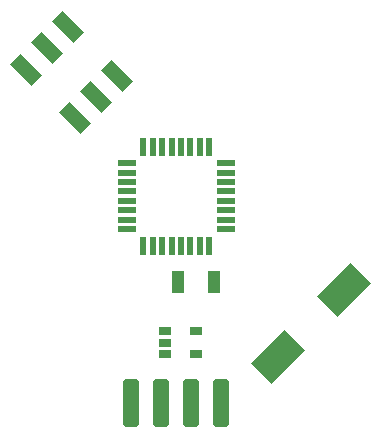
<source format=gtp>
%FSLAX33Y33*%
%MOMM*%
%AMRect-W1500000-H550000-RO1.500*
21,1,1.5,0.55,0.,0.,90*%
%AMRect-W550000-H1500000-RO1.500*
21,1,0.55,1.5,0.,0.,90*%
%AMRect-W2500000-H4000000-RO0.250*
21,1,2.5,4.,0.,0.,315*%
%AMRR-H1300000-W4000000-R120000-RO1.500*
21,1,3.76,1.3,0.,0.,90*
21,1,4.,1.06,0.,0.,90*
1,1,0.24,-0.53,-1.88*
1,1,0.24,-0.53,1.88*
1,1,0.24,0.53,1.88*
1,1,0.24,0.53,-1.88*%
%AMRect-W1000000-H1800000-RO1.000*
21,1,1.,1.8,0.,0.,180*%
%AMRect-W2540000-H1270000-RO0.250*
21,1,2.54,1.27,0.,0.,315*%
%ADD10Rect-W1500000-H550000-RO1.500*%
%ADD11Rect-W550000-H1500000-RO1.500*%
%ADD12R,1.X0.66*%
%ADD13Rect-W2500000-H4000000-RO0.250*%
%ADD14RR-H1300000-W4000000-R120000-RO1.500*%
%ADD15Rect-W1000000-H1800000-RO1.000*%
%ADD16Rect-W2540000-H1270000-RO0.250*%
D10*
%LNtop paste_traces*%
%LNtop paste component 315c781489eea96b*%
G01*
X-2800Y-4200D03*
X-2000Y-4200D03*
X-1200Y-4200D03*
X-0400Y-4200D03*
X0400Y-4200D03*
X1200Y-4200D03*
X2000Y-4200D03*
X2800Y-4200D03*
X2800Y4200D03*
X2000Y4200D03*
X1200Y4200D03*
X0400Y4200D03*
X-0400Y4200D03*
X-1200Y4200D03*
X-2000Y4200D03*
X-2800Y4200D03*
D11*
X4200Y-2800D03*
X4200Y-2000D03*
X4200Y-1200D03*
X4200Y-0400D03*
X4200Y0400D03*
X4200Y1200D03*
X4200Y2000D03*
X4200Y2800D03*
X-4200Y2800D03*
X-4200Y2000D03*
X-4200Y1200D03*
X-4200Y0400D03*
X-4200Y-0400D03*
X-4200Y-1200D03*
X-4200Y-2000D03*
X-4200Y-2800D03*
%LNtop paste component c0c249d9fb733c24*%
D12*
X-0965Y-11450D03*
X-0965Y-12400D03*
X-0965Y-13350D03*
X1665Y-13350D03*
X1665Y-11450D03*
%LNtop paste component c3475cd38de9d97d*%
D13*
X14228Y-7972D03*
X8572Y-13628D03*
%LNtop paste component 23fd299b85ccb8f3*%
D14*
X3810Y-17522D03*
X1270Y-17522D03*
X-1270Y-17522D03*
X-3810Y-17522D03*
%LNtop paste component b4e2aa1a051a6d91*%
D15*
X3185Y-7275D03*
X0185Y-7275D03*
%LNtop paste component f05bc982b390cfb7*%
D16*
X-9144Y14311D03*
X-10940Y12515D03*
X-12736Y10719D03*
X-8606Y6589D03*
X-6810Y8385D03*
X-5014Y10181D03*
M02*
</source>
